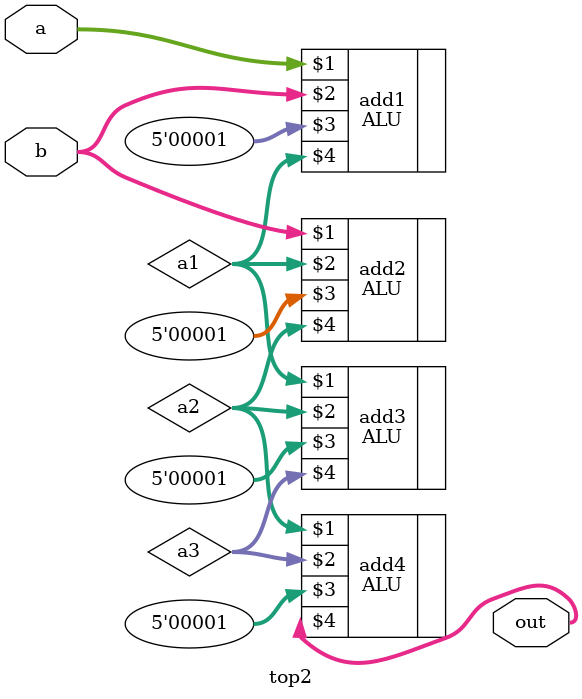
<source format=v>
`timescale 1ns / 1ps
module top2(
    input [31:0] a,
    input [31:0] b,
    output [31:0] out
    );

    wire [31:0] a1;
    wire [31:0]a2;
    wire [31:0] a3;
    ALU  add1(a,b,5'h01,a1);
    ALU  add2(b,a1,5'h01,a2);
    ALU  add3(a1,a2,5'h01,a3);
    ALU  add4(a2,a3,5'h01,out);


endmodule

</source>
